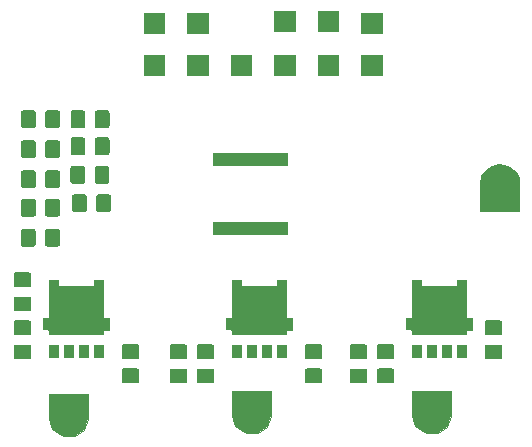
<source format=gbr>
G04 #@! TF.GenerationSoftware,KiCad,Pcbnew,(5.1.4)-1*
G04 #@! TF.CreationDate,2019-11-24T23:21:18+05:30*
G04 #@! TF.ProjectId,half_bridge_fd6288_v3.0,68616c66-5f62-4726-9964-67655f666436,rev?*
G04 #@! TF.SameCoordinates,Original*
G04 #@! TF.FileFunction,Soldermask,Top*
G04 #@! TF.FilePolarity,Negative*
%FSLAX46Y46*%
G04 Gerber Fmt 4.6, Leading zero omitted, Abs format (unit mm)*
G04 Created by KiCad (PCBNEW (5.1.4)-1) date 2019-11-24 23:21:18*
%MOMM*%
%LPD*%
G04 APERTURE LIST*
%ADD10C,0.100000*%
%ADD11C,0.150000*%
G04 APERTURE END LIST*
D10*
G36*
X81788000Y-99822000D02*
G01*
X82423000Y-100330000D01*
X82677000Y-100838000D01*
X82677000Y-101346000D01*
X79375000Y-101346000D01*
X79502000Y-100711000D01*
X79883000Y-100203000D01*
X80391000Y-99822000D01*
X81026000Y-99695000D01*
X81788000Y-99822000D01*
G37*
X81788000Y-99822000D02*
X82423000Y-100330000D01*
X82677000Y-100838000D01*
X82677000Y-101346000D01*
X79375000Y-101346000D01*
X79502000Y-100711000D01*
X79883000Y-100203000D01*
X80391000Y-99822000D01*
X81026000Y-99695000D01*
X81788000Y-99822000D01*
G36*
X82677000Y-103632000D02*
G01*
X79375000Y-103632000D01*
X79375000Y-101346000D01*
X82677000Y-101346000D01*
X82677000Y-103632000D01*
G37*
X82677000Y-103632000D02*
X79375000Y-103632000D01*
X79375000Y-101346000D01*
X82677000Y-101346000D01*
X82677000Y-103632000D01*
G36*
X76962000Y-121031000D02*
G01*
X76581000Y-121920000D01*
X75819000Y-122428000D01*
X74803000Y-122428000D01*
X73914000Y-121856500D01*
X73660000Y-121031000D01*
X73660000Y-118872000D01*
X76962000Y-118872000D01*
X76962000Y-121031000D01*
G37*
X76962000Y-121031000D02*
X76581000Y-121920000D01*
X75819000Y-122428000D01*
X74803000Y-122428000D01*
X73914000Y-121856500D01*
X73660000Y-121031000D01*
X73660000Y-118872000D01*
X76962000Y-118872000D01*
X76962000Y-121031000D01*
G36*
X61722000Y-121031000D02*
G01*
X61341000Y-121920000D01*
X60579000Y-122428000D01*
X59563000Y-122428000D01*
X58674000Y-121856500D01*
X58420000Y-121031000D01*
X58420000Y-118872000D01*
X61722000Y-118872000D01*
X61722000Y-121031000D01*
G37*
X61722000Y-121031000D02*
X61341000Y-121920000D01*
X60579000Y-122428000D01*
X59563000Y-122428000D01*
X58674000Y-121856500D01*
X58420000Y-121031000D01*
X58420000Y-118872000D01*
X61722000Y-118872000D01*
X61722000Y-121031000D01*
G36*
X46228000Y-121285000D02*
G01*
X45847000Y-122174000D01*
X45085000Y-122682000D01*
X44069000Y-122682000D01*
X43180000Y-122110500D01*
X42926000Y-121285000D01*
X42926000Y-119126000D01*
X46228000Y-119126000D01*
X46228000Y-121285000D01*
G37*
X46228000Y-121285000D02*
X45847000Y-122174000D01*
X45085000Y-122682000D01*
X44069000Y-122682000D01*
X43180000Y-122110500D01*
X42926000Y-121285000D01*
X42926000Y-119126000D01*
X46228000Y-119126000D01*
X46228000Y-121285000D01*
D11*
G36*
X69676674Y-116998465D02*
G01*
X69714367Y-117009899D01*
X69749103Y-117028466D01*
X69779548Y-117053452D01*
X69804534Y-117083897D01*
X69823101Y-117118633D01*
X69834535Y-117156326D01*
X69839000Y-117201661D01*
X69839000Y-118038339D01*
X69834535Y-118083674D01*
X69823101Y-118121367D01*
X69804534Y-118156103D01*
X69779548Y-118186548D01*
X69749103Y-118211534D01*
X69714367Y-118230101D01*
X69676674Y-118241535D01*
X69631339Y-118246000D01*
X68544661Y-118246000D01*
X68499326Y-118241535D01*
X68461633Y-118230101D01*
X68426897Y-118211534D01*
X68396452Y-118186548D01*
X68371466Y-118156103D01*
X68352899Y-118121367D01*
X68341465Y-118083674D01*
X68337000Y-118038339D01*
X68337000Y-117201661D01*
X68341465Y-117156326D01*
X68352899Y-117118633D01*
X68371466Y-117083897D01*
X68396452Y-117053452D01*
X68426897Y-117028466D01*
X68461633Y-117009899D01*
X68499326Y-116998465D01*
X68544661Y-116994000D01*
X69631339Y-116994000D01*
X69676674Y-116998465D01*
X69676674Y-116998465D01*
G37*
G36*
X54436674Y-116998465D02*
G01*
X54474367Y-117009899D01*
X54509103Y-117028466D01*
X54539548Y-117053452D01*
X54564534Y-117083897D01*
X54583101Y-117118633D01*
X54594535Y-117156326D01*
X54599000Y-117201661D01*
X54599000Y-118038339D01*
X54594535Y-118083674D01*
X54583101Y-118121367D01*
X54564534Y-118156103D01*
X54539548Y-118186548D01*
X54509103Y-118211534D01*
X54474367Y-118230101D01*
X54436674Y-118241535D01*
X54391339Y-118246000D01*
X53304661Y-118246000D01*
X53259326Y-118241535D01*
X53221633Y-118230101D01*
X53186897Y-118211534D01*
X53156452Y-118186548D01*
X53131466Y-118156103D01*
X53112899Y-118121367D01*
X53101465Y-118083674D01*
X53097000Y-118038339D01*
X53097000Y-117201661D01*
X53101465Y-117156326D01*
X53112899Y-117118633D01*
X53131466Y-117083897D01*
X53156452Y-117053452D01*
X53186897Y-117028466D01*
X53221633Y-117009899D01*
X53259326Y-116998465D01*
X53304661Y-116994000D01*
X54391339Y-116994000D01*
X54436674Y-116998465D01*
X54436674Y-116998465D01*
G37*
G36*
X56722674Y-116998465D02*
G01*
X56760367Y-117009899D01*
X56795103Y-117028466D01*
X56825548Y-117053452D01*
X56850534Y-117083897D01*
X56869101Y-117118633D01*
X56880535Y-117156326D01*
X56885000Y-117201661D01*
X56885000Y-118038339D01*
X56880535Y-118083674D01*
X56869101Y-118121367D01*
X56850534Y-118156103D01*
X56825548Y-118186548D01*
X56795103Y-118211534D01*
X56760367Y-118230101D01*
X56722674Y-118241535D01*
X56677339Y-118246000D01*
X55590661Y-118246000D01*
X55545326Y-118241535D01*
X55507633Y-118230101D01*
X55472897Y-118211534D01*
X55442452Y-118186548D01*
X55417466Y-118156103D01*
X55398899Y-118121367D01*
X55387465Y-118083674D01*
X55383000Y-118038339D01*
X55383000Y-117201661D01*
X55387465Y-117156326D01*
X55398899Y-117118633D01*
X55417466Y-117083897D01*
X55442452Y-117053452D01*
X55472897Y-117028466D01*
X55507633Y-117009899D01*
X55545326Y-116998465D01*
X55590661Y-116994000D01*
X56677339Y-116994000D01*
X56722674Y-116998465D01*
X56722674Y-116998465D01*
G37*
G36*
X65866674Y-116989465D02*
G01*
X65904367Y-117000899D01*
X65939103Y-117019466D01*
X65969548Y-117044452D01*
X65994534Y-117074897D01*
X66013101Y-117109633D01*
X66024535Y-117147326D01*
X66029000Y-117192661D01*
X66029000Y-118029339D01*
X66024535Y-118074674D01*
X66013101Y-118112367D01*
X65994534Y-118147103D01*
X65969548Y-118177548D01*
X65939103Y-118202534D01*
X65904367Y-118221101D01*
X65866674Y-118232535D01*
X65821339Y-118237000D01*
X64734661Y-118237000D01*
X64689326Y-118232535D01*
X64651633Y-118221101D01*
X64616897Y-118202534D01*
X64586452Y-118177548D01*
X64561466Y-118147103D01*
X64542899Y-118112367D01*
X64531465Y-118074674D01*
X64527000Y-118029339D01*
X64527000Y-117192661D01*
X64531465Y-117147326D01*
X64542899Y-117109633D01*
X64561466Y-117074897D01*
X64586452Y-117044452D01*
X64616897Y-117019466D01*
X64651633Y-117000899D01*
X64689326Y-116989465D01*
X64734661Y-116985000D01*
X65821339Y-116985000D01*
X65866674Y-116989465D01*
X65866674Y-116989465D01*
G37*
G36*
X71962674Y-116989465D02*
G01*
X72000367Y-117000899D01*
X72035103Y-117019466D01*
X72065548Y-117044452D01*
X72090534Y-117074897D01*
X72109101Y-117109633D01*
X72120535Y-117147326D01*
X72125000Y-117192661D01*
X72125000Y-118029339D01*
X72120535Y-118074674D01*
X72109101Y-118112367D01*
X72090534Y-118147103D01*
X72065548Y-118177548D01*
X72035103Y-118202534D01*
X72000367Y-118221101D01*
X71962674Y-118232535D01*
X71917339Y-118237000D01*
X70830661Y-118237000D01*
X70785326Y-118232535D01*
X70747633Y-118221101D01*
X70712897Y-118202534D01*
X70682452Y-118177548D01*
X70657466Y-118147103D01*
X70638899Y-118112367D01*
X70627465Y-118074674D01*
X70623000Y-118029339D01*
X70623000Y-117192661D01*
X70627465Y-117147326D01*
X70638899Y-117109633D01*
X70657466Y-117074897D01*
X70682452Y-117044452D01*
X70712897Y-117019466D01*
X70747633Y-117000899D01*
X70785326Y-116989465D01*
X70830661Y-116985000D01*
X71917339Y-116985000D01*
X71962674Y-116989465D01*
X71962674Y-116989465D01*
G37*
G36*
X50372674Y-116980465D02*
G01*
X50410367Y-116991899D01*
X50445103Y-117010466D01*
X50475548Y-117035452D01*
X50500534Y-117065897D01*
X50519101Y-117100633D01*
X50530535Y-117138326D01*
X50535000Y-117183661D01*
X50535000Y-118020339D01*
X50530535Y-118065674D01*
X50519101Y-118103367D01*
X50500534Y-118138103D01*
X50475548Y-118168548D01*
X50445103Y-118193534D01*
X50410367Y-118212101D01*
X50372674Y-118223535D01*
X50327339Y-118228000D01*
X49240661Y-118228000D01*
X49195326Y-118223535D01*
X49157633Y-118212101D01*
X49122897Y-118193534D01*
X49092452Y-118168548D01*
X49067466Y-118138103D01*
X49048899Y-118103367D01*
X49037465Y-118065674D01*
X49033000Y-118020339D01*
X49033000Y-117183661D01*
X49037465Y-117138326D01*
X49048899Y-117100633D01*
X49067466Y-117065897D01*
X49092452Y-117035452D01*
X49122897Y-117010466D01*
X49157633Y-116991899D01*
X49195326Y-116980465D01*
X49240661Y-116976000D01*
X50327339Y-116976000D01*
X50372674Y-116980465D01*
X50372674Y-116980465D01*
G37*
G36*
X81106674Y-114966465D02*
G01*
X81144367Y-114977899D01*
X81179103Y-114996466D01*
X81209548Y-115021452D01*
X81234534Y-115051897D01*
X81253101Y-115086633D01*
X81264535Y-115124326D01*
X81269000Y-115169661D01*
X81269000Y-116006339D01*
X81264535Y-116051674D01*
X81253101Y-116089367D01*
X81234534Y-116124103D01*
X81209548Y-116154548D01*
X81179103Y-116179534D01*
X81144367Y-116198101D01*
X81106674Y-116209535D01*
X81061339Y-116214000D01*
X79974661Y-116214000D01*
X79929326Y-116209535D01*
X79891633Y-116198101D01*
X79856897Y-116179534D01*
X79826452Y-116154548D01*
X79801466Y-116124103D01*
X79782899Y-116089367D01*
X79771465Y-116051674D01*
X79767000Y-116006339D01*
X79767000Y-115169661D01*
X79771465Y-115124326D01*
X79782899Y-115086633D01*
X79801466Y-115051897D01*
X79826452Y-115021452D01*
X79856897Y-114996466D01*
X79891633Y-114977899D01*
X79929326Y-114966465D01*
X79974661Y-114962000D01*
X81061339Y-114962000D01*
X81106674Y-114966465D01*
X81106674Y-114966465D01*
G37*
G36*
X41228674Y-114966465D02*
G01*
X41266367Y-114977899D01*
X41301103Y-114996466D01*
X41331548Y-115021452D01*
X41356534Y-115051897D01*
X41375101Y-115086633D01*
X41386535Y-115124326D01*
X41391000Y-115169661D01*
X41391000Y-116006339D01*
X41386535Y-116051674D01*
X41375101Y-116089367D01*
X41356534Y-116124103D01*
X41331548Y-116154548D01*
X41301103Y-116179534D01*
X41266367Y-116198101D01*
X41228674Y-116209535D01*
X41183339Y-116214000D01*
X40096661Y-116214000D01*
X40051326Y-116209535D01*
X40013633Y-116198101D01*
X39978897Y-116179534D01*
X39948452Y-116154548D01*
X39923466Y-116124103D01*
X39904899Y-116089367D01*
X39893465Y-116051674D01*
X39889000Y-116006339D01*
X39889000Y-115169661D01*
X39893465Y-115124326D01*
X39904899Y-115086633D01*
X39923466Y-115051897D01*
X39948452Y-115021452D01*
X39978897Y-114996466D01*
X40013633Y-114977899D01*
X40051326Y-114966465D01*
X40096661Y-114962000D01*
X41183339Y-114962000D01*
X41228674Y-114966465D01*
X41228674Y-114966465D01*
G37*
G36*
X56722674Y-114948465D02*
G01*
X56760367Y-114959899D01*
X56795103Y-114978466D01*
X56825548Y-115003452D01*
X56850534Y-115033897D01*
X56869101Y-115068633D01*
X56880535Y-115106326D01*
X56885000Y-115151661D01*
X56885000Y-115988339D01*
X56880535Y-116033674D01*
X56869101Y-116071367D01*
X56850534Y-116106103D01*
X56825548Y-116136548D01*
X56795103Y-116161534D01*
X56760367Y-116180101D01*
X56722674Y-116191535D01*
X56677339Y-116196000D01*
X55590661Y-116196000D01*
X55545326Y-116191535D01*
X55507633Y-116180101D01*
X55472897Y-116161534D01*
X55442452Y-116136548D01*
X55417466Y-116106103D01*
X55398899Y-116071367D01*
X55387465Y-116033674D01*
X55383000Y-115988339D01*
X55383000Y-115151661D01*
X55387465Y-115106326D01*
X55398899Y-115068633D01*
X55417466Y-115033897D01*
X55442452Y-115003452D01*
X55472897Y-114978466D01*
X55507633Y-114959899D01*
X55545326Y-114948465D01*
X55590661Y-114944000D01*
X56677339Y-114944000D01*
X56722674Y-114948465D01*
X56722674Y-114948465D01*
G37*
G36*
X54436674Y-114948465D02*
G01*
X54474367Y-114959899D01*
X54509103Y-114978466D01*
X54539548Y-115003452D01*
X54564534Y-115033897D01*
X54583101Y-115068633D01*
X54594535Y-115106326D01*
X54599000Y-115151661D01*
X54599000Y-115988339D01*
X54594535Y-116033674D01*
X54583101Y-116071367D01*
X54564534Y-116106103D01*
X54539548Y-116136548D01*
X54509103Y-116161534D01*
X54474367Y-116180101D01*
X54436674Y-116191535D01*
X54391339Y-116196000D01*
X53304661Y-116196000D01*
X53259326Y-116191535D01*
X53221633Y-116180101D01*
X53186897Y-116161534D01*
X53156452Y-116136548D01*
X53131466Y-116106103D01*
X53112899Y-116071367D01*
X53101465Y-116033674D01*
X53097000Y-115988339D01*
X53097000Y-115151661D01*
X53101465Y-115106326D01*
X53112899Y-115068633D01*
X53131466Y-115033897D01*
X53156452Y-115003452D01*
X53186897Y-114978466D01*
X53221633Y-114959899D01*
X53259326Y-114948465D01*
X53304661Y-114944000D01*
X54391339Y-114944000D01*
X54436674Y-114948465D01*
X54436674Y-114948465D01*
G37*
G36*
X69676674Y-114948465D02*
G01*
X69714367Y-114959899D01*
X69749103Y-114978466D01*
X69779548Y-115003452D01*
X69804534Y-115033897D01*
X69823101Y-115068633D01*
X69834535Y-115106326D01*
X69839000Y-115151661D01*
X69839000Y-115988339D01*
X69834535Y-116033674D01*
X69823101Y-116071367D01*
X69804534Y-116106103D01*
X69779548Y-116136548D01*
X69749103Y-116161534D01*
X69714367Y-116180101D01*
X69676674Y-116191535D01*
X69631339Y-116196000D01*
X68544661Y-116196000D01*
X68499326Y-116191535D01*
X68461633Y-116180101D01*
X68426897Y-116161534D01*
X68396452Y-116136548D01*
X68371466Y-116106103D01*
X68352899Y-116071367D01*
X68341465Y-116033674D01*
X68337000Y-115988339D01*
X68337000Y-115151661D01*
X68341465Y-115106326D01*
X68352899Y-115068633D01*
X68371466Y-115033897D01*
X68396452Y-115003452D01*
X68426897Y-114978466D01*
X68461633Y-114959899D01*
X68499326Y-114948465D01*
X68544661Y-114944000D01*
X69631339Y-114944000D01*
X69676674Y-114948465D01*
X69676674Y-114948465D01*
G37*
G36*
X65866674Y-114939465D02*
G01*
X65904367Y-114950899D01*
X65939103Y-114969466D01*
X65969548Y-114994452D01*
X65994534Y-115024897D01*
X66013101Y-115059633D01*
X66024535Y-115097326D01*
X66029000Y-115142661D01*
X66029000Y-115979339D01*
X66024535Y-116024674D01*
X66013101Y-116062367D01*
X65994534Y-116097103D01*
X65969548Y-116127548D01*
X65939103Y-116152534D01*
X65904367Y-116171101D01*
X65866674Y-116182535D01*
X65821339Y-116187000D01*
X64734661Y-116187000D01*
X64689326Y-116182535D01*
X64651633Y-116171101D01*
X64616897Y-116152534D01*
X64586452Y-116127548D01*
X64561466Y-116097103D01*
X64542899Y-116062367D01*
X64531465Y-116024674D01*
X64527000Y-115979339D01*
X64527000Y-115142661D01*
X64531465Y-115097326D01*
X64542899Y-115059633D01*
X64561466Y-115024897D01*
X64586452Y-114994452D01*
X64616897Y-114969466D01*
X64651633Y-114950899D01*
X64689326Y-114939465D01*
X64734661Y-114935000D01*
X65821339Y-114935000D01*
X65866674Y-114939465D01*
X65866674Y-114939465D01*
G37*
G36*
X71962674Y-114939465D02*
G01*
X72000367Y-114950899D01*
X72035103Y-114969466D01*
X72065548Y-114994452D01*
X72090534Y-115024897D01*
X72109101Y-115059633D01*
X72120535Y-115097326D01*
X72125000Y-115142661D01*
X72125000Y-115979339D01*
X72120535Y-116024674D01*
X72109101Y-116062367D01*
X72090534Y-116097103D01*
X72065548Y-116127548D01*
X72035103Y-116152534D01*
X72000367Y-116171101D01*
X71962674Y-116182535D01*
X71917339Y-116187000D01*
X70830661Y-116187000D01*
X70785326Y-116182535D01*
X70747633Y-116171101D01*
X70712897Y-116152534D01*
X70682452Y-116127548D01*
X70657466Y-116097103D01*
X70638899Y-116062367D01*
X70627465Y-116024674D01*
X70623000Y-115979339D01*
X70623000Y-115142661D01*
X70627465Y-115097326D01*
X70638899Y-115059633D01*
X70657466Y-115024897D01*
X70682452Y-114994452D01*
X70712897Y-114969466D01*
X70747633Y-114950899D01*
X70785326Y-114939465D01*
X70830661Y-114935000D01*
X71917339Y-114935000D01*
X71962674Y-114939465D01*
X71962674Y-114939465D01*
G37*
G36*
X50372674Y-114930465D02*
G01*
X50410367Y-114941899D01*
X50445103Y-114960466D01*
X50475548Y-114985452D01*
X50500534Y-115015897D01*
X50519101Y-115050633D01*
X50530535Y-115088326D01*
X50535000Y-115133661D01*
X50535000Y-115970339D01*
X50530535Y-116015674D01*
X50519101Y-116053367D01*
X50500534Y-116088103D01*
X50475548Y-116118548D01*
X50445103Y-116143534D01*
X50410367Y-116162101D01*
X50372674Y-116173535D01*
X50327339Y-116178000D01*
X49240661Y-116178000D01*
X49195326Y-116173535D01*
X49157633Y-116162101D01*
X49122897Y-116143534D01*
X49092452Y-116118548D01*
X49067466Y-116088103D01*
X49048899Y-116053367D01*
X49037465Y-116015674D01*
X49033000Y-115970339D01*
X49033000Y-115133661D01*
X49037465Y-115088326D01*
X49048899Y-115050633D01*
X49067466Y-115015897D01*
X49092452Y-114985452D01*
X49122897Y-114960466D01*
X49157633Y-114941899D01*
X49195326Y-114930465D01*
X49240661Y-114926000D01*
X50327339Y-114926000D01*
X50372674Y-114930465D01*
X50372674Y-114930465D01*
G37*
G36*
X43733000Y-116122000D02*
G01*
X42881000Y-116122000D01*
X42881000Y-115020000D01*
X43733000Y-115020000D01*
X43733000Y-116122000D01*
X43733000Y-116122000D01*
G37*
G36*
X78277000Y-116122000D02*
G01*
X77425000Y-116122000D01*
X77425000Y-115020000D01*
X78277000Y-115020000D01*
X78277000Y-116122000D01*
X78277000Y-116122000D01*
G37*
G36*
X77007000Y-116122000D02*
G01*
X76155000Y-116122000D01*
X76155000Y-115020000D01*
X77007000Y-115020000D01*
X77007000Y-116122000D01*
X77007000Y-116122000D01*
G37*
G36*
X74467000Y-116122000D02*
G01*
X73615000Y-116122000D01*
X73615000Y-115020000D01*
X74467000Y-115020000D01*
X74467000Y-116122000D01*
X74467000Y-116122000D01*
G37*
G36*
X63037000Y-116122000D02*
G01*
X62185000Y-116122000D01*
X62185000Y-115020000D01*
X63037000Y-115020000D01*
X63037000Y-116122000D01*
X63037000Y-116122000D01*
G37*
G36*
X61767000Y-116122000D02*
G01*
X60915000Y-116122000D01*
X60915000Y-115020000D01*
X61767000Y-115020000D01*
X61767000Y-116122000D01*
X61767000Y-116122000D01*
G37*
G36*
X60497000Y-116122000D02*
G01*
X59645000Y-116122000D01*
X59645000Y-115020000D01*
X60497000Y-115020000D01*
X60497000Y-116122000D01*
X60497000Y-116122000D01*
G37*
G36*
X59227000Y-116122000D02*
G01*
X58375000Y-116122000D01*
X58375000Y-115020000D01*
X59227000Y-115020000D01*
X59227000Y-116122000D01*
X59227000Y-116122000D01*
G37*
G36*
X47543000Y-116122000D02*
G01*
X46691000Y-116122000D01*
X46691000Y-115020000D01*
X47543000Y-115020000D01*
X47543000Y-116122000D01*
X47543000Y-116122000D01*
G37*
G36*
X46273000Y-116122000D02*
G01*
X45421000Y-116122000D01*
X45421000Y-115020000D01*
X46273000Y-115020000D01*
X46273000Y-116122000D01*
X46273000Y-116122000D01*
G37*
G36*
X45003000Y-116122000D02*
G01*
X44151000Y-116122000D01*
X44151000Y-115020000D01*
X45003000Y-115020000D01*
X45003000Y-116122000D01*
X45003000Y-116122000D01*
G37*
G36*
X75737000Y-116122000D02*
G01*
X74885000Y-116122000D01*
X74885000Y-115020000D01*
X75737000Y-115020000D01*
X75737000Y-116122000D01*
X75737000Y-116122000D01*
G37*
G36*
X41228674Y-112916465D02*
G01*
X41266367Y-112927899D01*
X41301103Y-112946466D01*
X41331548Y-112971452D01*
X41356534Y-113001897D01*
X41375101Y-113036633D01*
X41386535Y-113074326D01*
X41391000Y-113119661D01*
X41391000Y-113956339D01*
X41386535Y-114001674D01*
X41375101Y-114039367D01*
X41356534Y-114074103D01*
X41331548Y-114104548D01*
X41301103Y-114129534D01*
X41266367Y-114148101D01*
X41228674Y-114159535D01*
X41183339Y-114164000D01*
X40096661Y-114164000D01*
X40051326Y-114159535D01*
X40013633Y-114148101D01*
X39978897Y-114129534D01*
X39948452Y-114104548D01*
X39923466Y-114074103D01*
X39904899Y-114039367D01*
X39893465Y-114001674D01*
X39889000Y-113956339D01*
X39889000Y-113119661D01*
X39893465Y-113074326D01*
X39904899Y-113036633D01*
X39923466Y-113001897D01*
X39948452Y-112971452D01*
X39978897Y-112946466D01*
X40013633Y-112927899D01*
X40051326Y-112916465D01*
X40096661Y-112912000D01*
X41183339Y-112912000D01*
X41228674Y-112916465D01*
X41228674Y-112916465D01*
G37*
G36*
X81106674Y-112916465D02*
G01*
X81144367Y-112927899D01*
X81179103Y-112946466D01*
X81209548Y-112971452D01*
X81234534Y-113001897D01*
X81253101Y-113036633D01*
X81264535Y-113074326D01*
X81269000Y-113119661D01*
X81269000Y-113956339D01*
X81264535Y-114001674D01*
X81253101Y-114039367D01*
X81234534Y-114074103D01*
X81209548Y-114104548D01*
X81179103Y-114129534D01*
X81144367Y-114148101D01*
X81106674Y-114159535D01*
X81061339Y-114164000D01*
X79974661Y-114164000D01*
X79929326Y-114159535D01*
X79891633Y-114148101D01*
X79856897Y-114129534D01*
X79826452Y-114104548D01*
X79801466Y-114074103D01*
X79782899Y-114039367D01*
X79771465Y-114001674D01*
X79767000Y-113956339D01*
X79767000Y-113119661D01*
X79771465Y-113074326D01*
X79782899Y-113036633D01*
X79801466Y-113001897D01*
X79826452Y-112971452D01*
X79856897Y-112946466D01*
X79891633Y-112927899D01*
X79929326Y-112916465D01*
X79974661Y-112912000D01*
X81061339Y-112912000D01*
X81106674Y-112916465D01*
X81106674Y-112916465D01*
G37*
G36*
X74425999Y-109525737D02*
G01*
X74435608Y-109528652D01*
X74444472Y-109533390D01*
X74452237Y-109539763D01*
X74458610Y-109547528D01*
X74463348Y-109556392D01*
X74466263Y-109566001D01*
X74467852Y-109582140D01*
X74467852Y-109894149D01*
X74470254Y-109918535D01*
X74477367Y-109941984D01*
X74488918Y-109963595D01*
X74504463Y-109982537D01*
X74523405Y-109998082D01*
X74545016Y-110009633D01*
X74568465Y-110016746D01*
X74592851Y-110019148D01*
X77299149Y-110019148D01*
X77323535Y-110016746D01*
X77346984Y-110009633D01*
X77368595Y-109998082D01*
X77387537Y-109982537D01*
X77403082Y-109963595D01*
X77414633Y-109941984D01*
X77421746Y-109918535D01*
X77424148Y-109894149D01*
X77424148Y-109582140D01*
X77425737Y-109566001D01*
X77428652Y-109556392D01*
X77433390Y-109547528D01*
X77439763Y-109539763D01*
X77447528Y-109533390D01*
X77456392Y-109528652D01*
X77466001Y-109525737D01*
X77482140Y-109524148D01*
X78219860Y-109524148D01*
X78235999Y-109525737D01*
X78245608Y-109528652D01*
X78254472Y-109533390D01*
X78262237Y-109539763D01*
X78268610Y-109547528D01*
X78273348Y-109556392D01*
X78276263Y-109566001D01*
X78277852Y-109582140D01*
X78277852Y-112599149D01*
X78280254Y-112623535D01*
X78287367Y-112646984D01*
X78298918Y-112668595D01*
X78314463Y-112687537D01*
X78333405Y-112703082D01*
X78355016Y-112714633D01*
X78378465Y-112721746D01*
X78402851Y-112724148D01*
X78714860Y-112724148D01*
X78730999Y-112725737D01*
X78740608Y-112728652D01*
X78749472Y-112733390D01*
X78757237Y-112739763D01*
X78763610Y-112747528D01*
X78768348Y-112756392D01*
X78771263Y-112766001D01*
X78772852Y-112782140D01*
X78772852Y-113719860D01*
X78771263Y-113735999D01*
X78768348Y-113745608D01*
X78763610Y-113754472D01*
X78757237Y-113762237D01*
X78749472Y-113768610D01*
X78740608Y-113773348D01*
X78730999Y-113776263D01*
X78714860Y-113777852D01*
X78402851Y-113777852D01*
X78378465Y-113780254D01*
X78355016Y-113787367D01*
X78333405Y-113798918D01*
X78314463Y-113814463D01*
X78298918Y-113833405D01*
X78287367Y-113855016D01*
X78280254Y-113878465D01*
X78277852Y-113902851D01*
X78277852Y-114099860D01*
X78276263Y-114115999D01*
X78273348Y-114125608D01*
X78268610Y-114134472D01*
X78262237Y-114142237D01*
X78254472Y-114148610D01*
X78245608Y-114153348D01*
X78235999Y-114156263D01*
X78219860Y-114157852D01*
X73672140Y-114157852D01*
X73656001Y-114156263D01*
X73646392Y-114153348D01*
X73637528Y-114148610D01*
X73629763Y-114142237D01*
X73623390Y-114134472D01*
X73618652Y-114125608D01*
X73615737Y-114115999D01*
X73614148Y-114099860D01*
X73614148Y-113857851D01*
X73611746Y-113833465D01*
X73604633Y-113810016D01*
X73593082Y-113788405D01*
X73577537Y-113769463D01*
X73558595Y-113753918D01*
X73536984Y-113742367D01*
X73513535Y-113735254D01*
X73489149Y-113732852D01*
X73177140Y-113732852D01*
X73161001Y-113731263D01*
X73151392Y-113728348D01*
X73142528Y-113723610D01*
X73134763Y-113717237D01*
X73128390Y-113709472D01*
X73123652Y-113700608D01*
X73120737Y-113690999D01*
X73119148Y-113674860D01*
X73119148Y-112782140D01*
X73120737Y-112766001D01*
X73123652Y-112756392D01*
X73128390Y-112747528D01*
X73134763Y-112739763D01*
X73142528Y-112733390D01*
X73151392Y-112728652D01*
X73161001Y-112725737D01*
X73177140Y-112724148D01*
X73489149Y-112724148D01*
X73513535Y-112721746D01*
X73536984Y-112714633D01*
X73558595Y-112703082D01*
X73577537Y-112687537D01*
X73593082Y-112668595D01*
X73604633Y-112646984D01*
X73611746Y-112623535D01*
X73614148Y-112599149D01*
X73614148Y-109582140D01*
X73615737Y-109566001D01*
X73618652Y-109556392D01*
X73623390Y-109547528D01*
X73629763Y-109539763D01*
X73637528Y-109533390D01*
X73646392Y-109528652D01*
X73656001Y-109525737D01*
X73672140Y-109524148D01*
X74409860Y-109524148D01*
X74425999Y-109525737D01*
X74425999Y-109525737D01*
G37*
G36*
X43691999Y-109525737D02*
G01*
X43701608Y-109528652D01*
X43710472Y-109533390D01*
X43718237Y-109539763D01*
X43724610Y-109547528D01*
X43729348Y-109556392D01*
X43732263Y-109566001D01*
X43733852Y-109582140D01*
X43733852Y-109894149D01*
X43736254Y-109918535D01*
X43743367Y-109941984D01*
X43754918Y-109963595D01*
X43770463Y-109982537D01*
X43789405Y-109998082D01*
X43811016Y-110009633D01*
X43834465Y-110016746D01*
X43858851Y-110019148D01*
X46565149Y-110019148D01*
X46589535Y-110016746D01*
X46612984Y-110009633D01*
X46634595Y-109998082D01*
X46653537Y-109982537D01*
X46669082Y-109963595D01*
X46680633Y-109941984D01*
X46687746Y-109918535D01*
X46690148Y-109894149D01*
X46690148Y-109582140D01*
X46691737Y-109566001D01*
X46694652Y-109556392D01*
X46699390Y-109547528D01*
X46705763Y-109539763D01*
X46713528Y-109533390D01*
X46722392Y-109528652D01*
X46732001Y-109525737D01*
X46748140Y-109524148D01*
X47485860Y-109524148D01*
X47501999Y-109525737D01*
X47511608Y-109528652D01*
X47520472Y-109533390D01*
X47528237Y-109539763D01*
X47534610Y-109547528D01*
X47539348Y-109556392D01*
X47542263Y-109566001D01*
X47543852Y-109582140D01*
X47543852Y-112599149D01*
X47546254Y-112623535D01*
X47553367Y-112646984D01*
X47564918Y-112668595D01*
X47580463Y-112687537D01*
X47599405Y-112703082D01*
X47621016Y-112714633D01*
X47644465Y-112721746D01*
X47668851Y-112724148D01*
X47980860Y-112724148D01*
X47996999Y-112725737D01*
X48006608Y-112728652D01*
X48015472Y-112733390D01*
X48023237Y-112739763D01*
X48029610Y-112747528D01*
X48034348Y-112756392D01*
X48037263Y-112766001D01*
X48038852Y-112782140D01*
X48038852Y-113719860D01*
X48037263Y-113735999D01*
X48034348Y-113745608D01*
X48029610Y-113754472D01*
X48023237Y-113762237D01*
X48015472Y-113768610D01*
X48006608Y-113773348D01*
X47996999Y-113776263D01*
X47980860Y-113777852D01*
X47668851Y-113777852D01*
X47644465Y-113780254D01*
X47621016Y-113787367D01*
X47599405Y-113798918D01*
X47580463Y-113814463D01*
X47564918Y-113833405D01*
X47553367Y-113855016D01*
X47546254Y-113878465D01*
X47543852Y-113902851D01*
X47543852Y-114099860D01*
X47542263Y-114115999D01*
X47539348Y-114125608D01*
X47534610Y-114134472D01*
X47528237Y-114142237D01*
X47520472Y-114148610D01*
X47511608Y-114153348D01*
X47501999Y-114156263D01*
X47485860Y-114157852D01*
X42938140Y-114157852D01*
X42922001Y-114156263D01*
X42912392Y-114153348D01*
X42903528Y-114148610D01*
X42895763Y-114142237D01*
X42889390Y-114134472D01*
X42884652Y-114125608D01*
X42881737Y-114115999D01*
X42880148Y-114099860D01*
X42880148Y-113857851D01*
X42877746Y-113833465D01*
X42870633Y-113810016D01*
X42859082Y-113788405D01*
X42843537Y-113769463D01*
X42824595Y-113753918D01*
X42802984Y-113742367D01*
X42779535Y-113735254D01*
X42755149Y-113732852D01*
X42443140Y-113732852D01*
X42427001Y-113731263D01*
X42417392Y-113728348D01*
X42408528Y-113723610D01*
X42400763Y-113717237D01*
X42394390Y-113709472D01*
X42389652Y-113700608D01*
X42386737Y-113690999D01*
X42385148Y-113674860D01*
X42385148Y-112782140D01*
X42386737Y-112766001D01*
X42389652Y-112756392D01*
X42394390Y-112747528D01*
X42400763Y-112739763D01*
X42408528Y-112733390D01*
X42417392Y-112728652D01*
X42427001Y-112725737D01*
X42443140Y-112724148D01*
X42755149Y-112724148D01*
X42779535Y-112721746D01*
X42802984Y-112714633D01*
X42824595Y-112703082D01*
X42843537Y-112687537D01*
X42859082Y-112668595D01*
X42870633Y-112646984D01*
X42877746Y-112623535D01*
X42880148Y-112599149D01*
X42880148Y-109582140D01*
X42881737Y-109566001D01*
X42884652Y-109556392D01*
X42889390Y-109547528D01*
X42895763Y-109539763D01*
X42903528Y-109533390D01*
X42912392Y-109528652D01*
X42922001Y-109525737D01*
X42938140Y-109524148D01*
X43675860Y-109524148D01*
X43691999Y-109525737D01*
X43691999Y-109525737D01*
G37*
G36*
X59185999Y-109525737D02*
G01*
X59195608Y-109528652D01*
X59204472Y-109533390D01*
X59212237Y-109539763D01*
X59218610Y-109547528D01*
X59223348Y-109556392D01*
X59226263Y-109566001D01*
X59227852Y-109582140D01*
X59227852Y-109894149D01*
X59230254Y-109918535D01*
X59237367Y-109941984D01*
X59248918Y-109963595D01*
X59264463Y-109982537D01*
X59283405Y-109998082D01*
X59305016Y-110009633D01*
X59328465Y-110016746D01*
X59352851Y-110019148D01*
X62059149Y-110019148D01*
X62083535Y-110016746D01*
X62106984Y-110009633D01*
X62128595Y-109998082D01*
X62147537Y-109982537D01*
X62163082Y-109963595D01*
X62174633Y-109941984D01*
X62181746Y-109918535D01*
X62184148Y-109894149D01*
X62184148Y-109582140D01*
X62185737Y-109566001D01*
X62188652Y-109556392D01*
X62193390Y-109547528D01*
X62199763Y-109539763D01*
X62207528Y-109533390D01*
X62216392Y-109528652D01*
X62226001Y-109525737D01*
X62242140Y-109524148D01*
X62979860Y-109524148D01*
X62995999Y-109525737D01*
X63005608Y-109528652D01*
X63014472Y-109533390D01*
X63022237Y-109539763D01*
X63028610Y-109547528D01*
X63033348Y-109556392D01*
X63036263Y-109566001D01*
X63037852Y-109582140D01*
X63037852Y-112599149D01*
X63040254Y-112623535D01*
X63047367Y-112646984D01*
X63058918Y-112668595D01*
X63074463Y-112687537D01*
X63093405Y-112703082D01*
X63115016Y-112714633D01*
X63138465Y-112721746D01*
X63162851Y-112724148D01*
X63474860Y-112724148D01*
X63490999Y-112725737D01*
X63500608Y-112728652D01*
X63509472Y-112733390D01*
X63517237Y-112739763D01*
X63523610Y-112747528D01*
X63528348Y-112756392D01*
X63531263Y-112766001D01*
X63532852Y-112782140D01*
X63532852Y-113719860D01*
X63531263Y-113735999D01*
X63528348Y-113745608D01*
X63523610Y-113754472D01*
X63517237Y-113762237D01*
X63509472Y-113768610D01*
X63500608Y-113773348D01*
X63490999Y-113776263D01*
X63474860Y-113777852D01*
X63162851Y-113777852D01*
X63138465Y-113780254D01*
X63115016Y-113787367D01*
X63093405Y-113798918D01*
X63074463Y-113814463D01*
X63058918Y-113833405D01*
X63047367Y-113855016D01*
X63040254Y-113878465D01*
X63037852Y-113902851D01*
X63037852Y-114099860D01*
X63036263Y-114115999D01*
X63033348Y-114125608D01*
X63028610Y-114134472D01*
X63022237Y-114142237D01*
X63014472Y-114148610D01*
X63005608Y-114153348D01*
X62995999Y-114156263D01*
X62979860Y-114157852D01*
X58432140Y-114157852D01*
X58416001Y-114156263D01*
X58406392Y-114153348D01*
X58397528Y-114148610D01*
X58389763Y-114142237D01*
X58383390Y-114134472D01*
X58378652Y-114125608D01*
X58375737Y-114115999D01*
X58374148Y-114099860D01*
X58374148Y-113857851D01*
X58371746Y-113833465D01*
X58364633Y-113810016D01*
X58353082Y-113788405D01*
X58337537Y-113769463D01*
X58318595Y-113753918D01*
X58296984Y-113742367D01*
X58273535Y-113735254D01*
X58249149Y-113732852D01*
X57937140Y-113732852D01*
X57921001Y-113731263D01*
X57911392Y-113728348D01*
X57902528Y-113723610D01*
X57894763Y-113717237D01*
X57888390Y-113709472D01*
X57883652Y-113700608D01*
X57880737Y-113690999D01*
X57879148Y-113674860D01*
X57879148Y-112782140D01*
X57880737Y-112766001D01*
X57883652Y-112756392D01*
X57888390Y-112747528D01*
X57894763Y-112739763D01*
X57902528Y-112733390D01*
X57911392Y-112728652D01*
X57921001Y-112725737D01*
X57937140Y-112724148D01*
X58249149Y-112724148D01*
X58273535Y-112721746D01*
X58296984Y-112714633D01*
X58318595Y-112703082D01*
X58337537Y-112687537D01*
X58353082Y-112668595D01*
X58364633Y-112646984D01*
X58371746Y-112623535D01*
X58374148Y-112599149D01*
X58374148Y-109582140D01*
X58375737Y-109566001D01*
X58378652Y-109556392D01*
X58383390Y-109547528D01*
X58389763Y-109539763D01*
X58397528Y-109533390D01*
X58406392Y-109528652D01*
X58416001Y-109525737D01*
X58432140Y-109524148D01*
X59169860Y-109524148D01*
X59185999Y-109525737D01*
X59185999Y-109525737D01*
G37*
G36*
X41228674Y-110902465D02*
G01*
X41266367Y-110913899D01*
X41301103Y-110932466D01*
X41331548Y-110957452D01*
X41356534Y-110987897D01*
X41375101Y-111022633D01*
X41386535Y-111060326D01*
X41391000Y-111105661D01*
X41391000Y-111942339D01*
X41386535Y-111987674D01*
X41375101Y-112025367D01*
X41356534Y-112060103D01*
X41331548Y-112090548D01*
X41301103Y-112115534D01*
X41266367Y-112134101D01*
X41228674Y-112145535D01*
X41183339Y-112150000D01*
X40096661Y-112150000D01*
X40051326Y-112145535D01*
X40013633Y-112134101D01*
X39978897Y-112115534D01*
X39948452Y-112090548D01*
X39923466Y-112060103D01*
X39904899Y-112025367D01*
X39893465Y-111987674D01*
X39889000Y-111942339D01*
X39889000Y-111105661D01*
X39893465Y-111060326D01*
X39904899Y-111022633D01*
X39923466Y-110987897D01*
X39948452Y-110957452D01*
X39978897Y-110932466D01*
X40013633Y-110913899D01*
X40051326Y-110902465D01*
X40096661Y-110898000D01*
X41183339Y-110898000D01*
X41228674Y-110902465D01*
X41228674Y-110902465D01*
G37*
G36*
X41228674Y-108852465D02*
G01*
X41266367Y-108863899D01*
X41301103Y-108882466D01*
X41331548Y-108907452D01*
X41356534Y-108937897D01*
X41375101Y-108972633D01*
X41386535Y-109010326D01*
X41391000Y-109055661D01*
X41391000Y-109892339D01*
X41386535Y-109937674D01*
X41375101Y-109975367D01*
X41356534Y-110010103D01*
X41331548Y-110040548D01*
X41301103Y-110065534D01*
X41266367Y-110084101D01*
X41228674Y-110095535D01*
X41183339Y-110100000D01*
X40096661Y-110100000D01*
X40051326Y-110095535D01*
X40013633Y-110084101D01*
X39978897Y-110065534D01*
X39948452Y-110040548D01*
X39923466Y-110010103D01*
X39904899Y-109975367D01*
X39893465Y-109937674D01*
X39889000Y-109892339D01*
X39889000Y-109055661D01*
X39893465Y-109010326D01*
X39904899Y-108972633D01*
X39923466Y-108937897D01*
X39948452Y-108907452D01*
X39978897Y-108882466D01*
X40013633Y-108863899D01*
X40051326Y-108852465D01*
X40096661Y-108848000D01*
X41183339Y-108848000D01*
X41228674Y-108852465D01*
X41228674Y-108852465D01*
G37*
G36*
X43643674Y-105171465D02*
G01*
X43681367Y-105182899D01*
X43716103Y-105201466D01*
X43746548Y-105226452D01*
X43771534Y-105256897D01*
X43790101Y-105291633D01*
X43801535Y-105329326D01*
X43806000Y-105374661D01*
X43806000Y-106461339D01*
X43801535Y-106506674D01*
X43790101Y-106544367D01*
X43771534Y-106579103D01*
X43746548Y-106609548D01*
X43716103Y-106634534D01*
X43681367Y-106653101D01*
X43643674Y-106664535D01*
X43598339Y-106669000D01*
X42761661Y-106669000D01*
X42716326Y-106664535D01*
X42678633Y-106653101D01*
X42643897Y-106634534D01*
X42613452Y-106609548D01*
X42588466Y-106579103D01*
X42569899Y-106544367D01*
X42558465Y-106506674D01*
X42554000Y-106461339D01*
X42554000Y-105374661D01*
X42558465Y-105329326D01*
X42569899Y-105291633D01*
X42588466Y-105256897D01*
X42613452Y-105226452D01*
X42643897Y-105201466D01*
X42678633Y-105182899D01*
X42716326Y-105171465D01*
X42761661Y-105167000D01*
X43598339Y-105167000D01*
X43643674Y-105171465D01*
X43643674Y-105171465D01*
G37*
G36*
X41593674Y-105171465D02*
G01*
X41631367Y-105182899D01*
X41666103Y-105201466D01*
X41696548Y-105226452D01*
X41721534Y-105256897D01*
X41740101Y-105291633D01*
X41751535Y-105329326D01*
X41756000Y-105374661D01*
X41756000Y-106461339D01*
X41751535Y-106506674D01*
X41740101Y-106544367D01*
X41721534Y-106579103D01*
X41696548Y-106609548D01*
X41666103Y-106634534D01*
X41631367Y-106653101D01*
X41593674Y-106664535D01*
X41548339Y-106669000D01*
X40711661Y-106669000D01*
X40666326Y-106664535D01*
X40628633Y-106653101D01*
X40593897Y-106634534D01*
X40563452Y-106609548D01*
X40538466Y-106579103D01*
X40519899Y-106544367D01*
X40508465Y-106506674D01*
X40504000Y-106461339D01*
X40504000Y-105374661D01*
X40508465Y-105329326D01*
X40519899Y-105291633D01*
X40538466Y-105256897D01*
X40563452Y-105226452D01*
X40593897Y-105201466D01*
X40628633Y-105182899D01*
X40666326Y-105171465D01*
X40711661Y-105167000D01*
X41548339Y-105167000D01*
X41593674Y-105171465D01*
X41593674Y-105171465D01*
G37*
G36*
X63141000Y-105675000D02*
G01*
X56789000Y-105675000D01*
X56789000Y-104573000D01*
X63141000Y-104573000D01*
X63141000Y-105675000D01*
X63141000Y-105675000D01*
G37*
G36*
X41602674Y-102631465D02*
G01*
X41640367Y-102642899D01*
X41675103Y-102661466D01*
X41705548Y-102686452D01*
X41730534Y-102716897D01*
X41749101Y-102751633D01*
X41760535Y-102789326D01*
X41765000Y-102834661D01*
X41765000Y-103921339D01*
X41760535Y-103966674D01*
X41749101Y-104004367D01*
X41730534Y-104039103D01*
X41705548Y-104069548D01*
X41675103Y-104094534D01*
X41640367Y-104113101D01*
X41602674Y-104124535D01*
X41557339Y-104129000D01*
X40720661Y-104129000D01*
X40675326Y-104124535D01*
X40637633Y-104113101D01*
X40602897Y-104094534D01*
X40572452Y-104069548D01*
X40547466Y-104039103D01*
X40528899Y-104004367D01*
X40517465Y-103966674D01*
X40513000Y-103921339D01*
X40513000Y-102834661D01*
X40517465Y-102789326D01*
X40528899Y-102751633D01*
X40547466Y-102716897D01*
X40572452Y-102686452D01*
X40602897Y-102661466D01*
X40637633Y-102642899D01*
X40675326Y-102631465D01*
X40720661Y-102627000D01*
X41557339Y-102627000D01*
X41602674Y-102631465D01*
X41602674Y-102631465D01*
G37*
G36*
X43652674Y-102631465D02*
G01*
X43690367Y-102642899D01*
X43725103Y-102661466D01*
X43755548Y-102686452D01*
X43780534Y-102716897D01*
X43799101Y-102751633D01*
X43810535Y-102789326D01*
X43815000Y-102834661D01*
X43815000Y-103921339D01*
X43810535Y-103966674D01*
X43799101Y-104004367D01*
X43780534Y-104039103D01*
X43755548Y-104069548D01*
X43725103Y-104094534D01*
X43690367Y-104113101D01*
X43652674Y-104124535D01*
X43607339Y-104129000D01*
X42770661Y-104129000D01*
X42725326Y-104124535D01*
X42687633Y-104113101D01*
X42652897Y-104094534D01*
X42622452Y-104069548D01*
X42597466Y-104039103D01*
X42578899Y-104004367D01*
X42567465Y-103966674D01*
X42563000Y-103921339D01*
X42563000Y-102834661D01*
X42567465Y-102789326D01*
X42578899Y-102751633D01*
X42597466Y-102716897D01*
X42622452Y-102686452D01*
X42652897Y-102661466D01*
X42687633Y-102642899D01*
X42725326Y-102631465D01*
X42770661Y-102627000D01*
X43607339Y-102627000D01*
X43652674Y-102631465D01*
X43652674Y-102631465D01*
G37*
G36*
X45920674Y-102250465D02*
G01*
X45958367Y-102261899D01*
X45993103Y-102280466D01*
X46023548Y-102305452D01*
X46048534Y-102335897D01*
X46067101Y-102370633D01*
X46078535Y-102408326D01*
X46083000Y-102453661D01*
X46083000Y-103540339D01*
X46078535Y-103585674D01*
X46067101Y-103623367D01*
X46048534Y-103658103D01*
X46023548Y-103688548D01*
X45993103Y-103713534D01*
X45958367Y-103732101D01*
X45920674Y-103743535D01*
X45875339Y-103748000D01*
X45038661Y-103748000D01*
X44993326Y-103743535D01*
X44955633Y-103732101D01*
X44920897Y-103713534D01*
X44890452Y-103688548D01*
X44865466Y-103658103D01*
X44846899Y-103623367D01*
X44835465Y-103585674D01*
X44831000Y-103540339D01*
X44831000Y-102453661D01*
X44835465Y-102408326D01*
X44846899Y-102370633D01*
X44865466Y-102335897D01*
X44890452Y-102305452D01*
X44920897Y-102280466D01*
X44955633Y-102261899D01*
X44993326Y-102250465D01*
X45038661Y-102246000D01*
X45875339Y-102246000D01*
X45920674Y-102250465D01*
X45920674Y-102250465D01*
G37*
G36*
X47970674Y-102250465D02*
G01*
X48008367Y-102261899D01*
X48043103Y-102280466D01*
X48073548Y-102305452D01*
X48098534Y-102335897D01*
X48117101Y-102370633D01*
X48128535Y-102408326D01*
X48133000Y-102453661D01*
X48133000Y-103540339D01*
X48128535Y-103585674D01*
X48117101Y-103623367D01*
X48098534Y-103658103D01*
X48073548Y-103688548D01*
X48043103Y-103713534D01*
X48008367Y-103732101D01*
X47970674Y-103743535D01*
X47925339Y-103748000D01*
X47088661Y-103748000D01*
X47043326Y-103743535D01*
X47005633Y-103732101D01*
X46970897Y-103713534D01*
X46940452Y-103688548D01*
X46915466Y-103658103D01*
X46896899Y-103623367D01*
X46885465Y-103585674D01*
X46881000Y-103540339D01*
X46881000Y-102453661D01*
X46885465Y-102408326D01*
X46896899Y-102370633D01*
X46915466Y-102335897D01*
X46940452Y-102305452D01*
X46970897Y-102280466D01*
X47005633Y-102261899D01*
X47043326Y-102250465D01*
X47088661Y-102246000D01*
X47925339Y-102246000D01*
X47970674Y-102250465D01*
X47970674Y-102250465D01*
G37*
G36*
X43652674Y-100218465D02*
G01*
X43690367Y-100229899D01*
X43725103Y-100248466D01*
X43755548Y-100273452D01*
X43780534Y-100303897D01*
X43799101Y-100338633D01*
X43810535Y-100376326D01*
X43815000Y-100421661D01*
X43815000Y-101508339D01*
X43810535Y-101553674D01*
X43799101Y-101591367D01*
X43780534Y-101626103D01*
X43755548Y-101656548D01*
X43725103Y-101681534D01*
X43690367Y-101700101D01*
X43652674Y-101711535D01*
X43607339Y-101716000D01*
X42770661Y-101716000D01*
X42725326Y-101711535D01*
X42687633Y-101700101D01*
X42652897Y-101681534D01*
X42622452Y-101656548D01*
X42597466Y-101626103D01*
X42578899Y-101591367D01*
X42567465Y-101553674D01*
X42563000Y-101508339D01*
X42563000Y-100421661D01*
X42567465Y-100376326D01*
X42578899Y-100338633D01*
X42597466Y-100303897D01*
X42622452Y-100273452D01*
X42652897Y-100248466D01*
X42687633Y-100229899D01*
X42725326Y-100218465D01*
X42770661Y-100214000D01*
X43607339Y-100214000D01*
X43652674Y-100218465D01*
X43652674Y-100218465D01*
G37*
G36*
X41602674Y-100218465D02*
G01*
X41640367Y-100229899D01*
X41675103Y-100248466D01*
X41705548Y-100273452D01*
X41730534Y-100303897D01*
X41749101Y-100338633D01*
X41760535Y-100376326D01*
X41765000Y-100421661D01*
X41765000Y-101508339D01*
X41760535Y-101553674D01*
X41749101Y-101591367D01*
X41730534Y-101626103D01*
X41705548Y-101656548D01*
X41675103Y-101681534D01*
X41640367Y-101700101D01*
X41602674Y-101711535D01*
X41557339Y-101716000D01*
X40720661Y-101716000D01*
X40675326Y-101711535D01*
X40637633Y-101700101D01*
X40602897Y-101681534D01*
X40572452Y-101656548D01*
X40547466Y-101626103D01*
X40528899Y-101591367D01*
X40517465Y-101553674D01*
X40513000Y-101508339D01*
X40513000Y-100421661D01*
X40517465Y-100376326D01*
X40528899Y-100338633D01*
X40547466Y-100303897D01*
X40572452Y-100273452D01*
X40602897Y-100248466D01*
X40637633Y-100229899D01*
X40675326Y-100218465D01*
X40720661Y-100214000D01*
X41557339Y-100214000D01*
X41602674Y-100218465D01*
X41602674Y-100218465D01*
G37*
G36*
X45793674Y-99837465D02*
G01*
X45831367Y-99848899D01*
X45866103Y-99867466D01*
X45896548Y-99892452D01*
X45921534Y-99922897D01*
X45940101Y-99957633D01*
X45951535Y-99995326D01*
X45956000Y-100040661D01*
X45956000Y-101127339D01*
X45951535Y-101172674D01*
X45940101Y-101210367D01*
X45921534Y-101245103D01*
X45896548Y-101275548D01*
X45866103Y-101300534D01*
X45831367Y-101319101D01*
X45793674Y-101330535D01*
X45748339Y-101335000D01*
X44911661Y-101335000D01*
X44866326Y-101330535D01*
X44828633Y-101319101D01*
X44793897Y-101300534D01*
X44763452Y-101275548D01*
X44738466Y-101245103D01*
X44719899Y-101210367D01*
X44708465Y-101172674D01*
X44704000Y-101127339D01*
X44704000Y-100040661D01*
X44708465Y-99995326D01*
X44719899Y-99957633D01*
X44738466Y-99922897D01*
X44763452Y-99892452D01*
X44793897Y-99867466D01*
X44828633Y-99848899D01*
X44866326Y-99837465D01*
X44911661Y-99833000D01*
X45748339Y-99833000D01*
X45793674Y-99837465D01*
X45793674Y-99837465D01*
G37*
G36*
X47843674Y-99837465D02*
G01*
X47881367Y-99848899D01*
X47916103Y-99867466D01*
X47946548Y-99892452D01*
X47971534Y-99922897D01*
X47990101Y-99957633D01*
X48001535Y-99995326D01*
X48006000Y-100040661D01*
X48006000Y-101127339D01*
X48001535Y-101172674D01*
X47990101Y-101210367D01*
X47971534Y-101245103D01*
X47946548Y-101275548D01*
X47916103Y-101300534D01*
X47881367Y-101319101D01*
X47843674Y-101330535D01*
X47798339Y-101335000D01*
X46961661Y-101335000D01*
X46916326Y-101330535D01*
X46878633Y-101319101D01*
X46843897Y-101300534D01*
X46813452Y-101275548D01*
X46788466Y-101245103D01*
X46769899Y-101210367D01*
X46758465Y-101172674D01*
X46754000Y-101127339D01*
X46754000Y-100040661D01*
X46758465Y-99995326D01*
X46769899Y-99957633D01*
X46788466Y-99922897D01*
X46813452Y-99892452D01*
X46843897Y-99867466D01*
X46878633Y-99848899D01*
X46916326Y-99837465D01*
X46961661Y-99833000D01*
X47798339Y-99833000D01*
X47843674Y-99837465D01*
X47843674Y-99837465D01*
G37*
G36*
X63141000Y-99875000D02*
G01*
X56789000Y-99875000D01*
X56789000Y-98773000D01*
X63141000Y-98773000D01*
X63141000Y-99875000D01*
X63141000Y-99875000D01*
G37*
G36*
X41602674Y-97678465D02*
G01*
X41640367Y-97689899D01*
X41675103Y-97708466D01*
X41705548Y-97733452D01*
X41730534Y-97763897D01*
X41749101Y-97798633D01*
X41760535Y-97836326D01*
X41765000Y-97881661D01*
X41765000Y-98968339D01*
X41760535Y-99013674D01*
X41749101Y-99051367D01*
X41730534Y-99086103D01*
X41705548Y-99116548D01*
X41675103Y-99141534D01*
X41640367Y-99160101D01*
X41602674Y-99171535D01*
X41557339Y-99176000D01*
X40720661Y-99176000D01*
X40675326Y-99171535D01*
X40637633Y-99160101D01*
X40602897Y-99141534D01*
X40572452Y-99116548D01*
X40547466Y-99086103D01*
X40528899Y-99051367D01*
X40517465Y-99013674D01*
X40513000Y-98968339D01*
X40513000Y-97881661D01*
X40517465Y-97836326D01*
X40528899Y-97798633D01*
X40547466Y-97763897D01*
X40572452Y-97733452D01*
X40602897Y-97708466D01*
X40637633Y-97689899D01*
X40675326Y-97678465D01*
X40720661Y-97674000D01*
X41557339Y-97674000D01*
X41602674Y-97678465D01*
X41602674Y-97678465D01*
G37*
G36*
X43652674Y-97678465D02*
G01*
X43690367Y-97689899D01*
X43725103Y-97708466D01*
X43755548Y-97733452D01*
X43780534Y-97763897D01*
X43799101Y-97798633D01*
X43810535Y-97836326D01*
X43815000Y-97881661D01*
X43815000Y-98968339D01*
X43810535Y-99013674D01*
X43799101Y-99051367D01*
X43780534Y-99086103D01*
X43755548Y-99116548D01*
X43725103Y-99141534D01*
X43690367Y-99160101D01*
X43652674Y-99171535D01*
X43607339Y-99176000D01*
X42770661Y-99176000D01*
X42725326Y-99171535D01*
X42687633Y-99160101D01*
X42652897Y-99141534D01*
X42622452Y-99116548D01*
X42597466Y-99086103D01*
X42578899Y-99051367D01*
X42567465Y-99013674D01*
X42563000Y-98968339D01*
X42563000Y-97881661D01*
X42567465Y-97836326D01*
X42578899Y-97798633D01*
X42597466Y-97763897D01*
X42622452Y-97733452D01*
X42652897Y-97708466D01*
X42687633Y-97689899D01*
X42725326Y-97678465D01*
X42770661Y-97674000D01*
X43607339Y-97674000D01*
X43652674Y-97678465D01*
X43652674Y-97678465D01*
G37*
G36*
X45802674Y-97424465D02*
G01*
X45840367Y-97435899D01*
X45875103Y-97454466D01*
X45905548Y-97479452D01*
X45930534Y-97509897D01*
X45949101Y-97544633D01*
X45960535Y-97582326D01*
X45965000Y-97627661D01*
X45965000Y-98714339D01*
X45960535Y-98759674D01*
X45949101Y-98797367D01*
X45930534Y-98832103D01*
X45905548Y-98862548D01*
X45875103Y-98887534D01*
X45840367Y-98906101D01*
X45802674Y-98917535D01*
X45757339Y-98922000D01*
X44920661Y-98922000D01*
X44875326Y-98917535D01*
X44837633Y-98906101D01*
X44802897Y-98887534D01*
X44772452Y-98862548D01*
X44747466Y-98832103D01*
X44728899Y-98797367D01*
X44717465Y-98759674D01*
X44713000Y-98714339D01*
X44713000Y-97627661D01*
X44717465Y-97582326D01*
X44728899Y-97544633D01*
X44747466Y-97509897D01*
X44772452Y-97479452D01*
X44802897Y-97454466D01*
X44837633Y-97435899D01*
X44875326Y-97424465D01*
X44920661Y-97420000D01*
X45757339Y-97420000D01*
X45802674Y-97424465D01*
X45802674Y-97424465D01*
G37*
G36*
X47852674Y-97424465D02*
G01*
X47890367Y-97435899D01*
X47925103Y-97454466D01*
X47955548Y-97479452D01*
X47980534Y-97509897D01*
X47999101Y-97544633D01*
X48010535Y-97582326D01*
X48015000Y-97627661D01*
X48015000Y-98714339D01*
X48010535Y-98759674D01*
X47999101Y-98797367D01*
X47980534Y-98832103D01*
X47955548Y-98862548D01*
X47925103Y-98887534D01*
X47890367Y-98906101D01*
X47852674Y-98917535D01*
X47807339Y-98922000D01*
X46970661Y-98922000D01*
X46925326Y-98917535D01*
X46887633Y-98906101D01*
X46852897Y-98887534D01*
X46822452Y-98862548D01*
X46797466Y-98832103D01*
X46778899Y-98797367D01*
X46767465Y-98759674D01*
X46763000Y-98714339D01*
X46763000Y-97627661D01*
X46767465Y-97582326D01*
X46778899Y-97544633D01*
X46797466Y-97509897D01*
X46822452Y-97479452D01*
X46852897Y-97454466D01*
X46887633Y-97435899D01*
X46925326Y-97424465D01*
X46970661Y-97420000D01*
X47807339Y-97420000D01*
X47852674Y-97424465D01*
X47852674Y-97424465D01*
G37*
G36*
X47852674Y-95138465D02*
G01*
X47890367Y-95149899D01*
X47925103Y-95168466D01*
X47955548Y-95193452D01*
X47980534Y-95223897D01*
X47999101Y-95258633D01*
X48010535Y-95296326D01*
X48015000Y-95341661D01*
X48015000Y-96428339D01*
X48010535Y-96473674D01*
X47999101Y-96511367D01*
X47980534Y-96546103D01*
X47955548Y-96576548D01*
X47925103Y-96601534D01*
X47890367Y-96620101D01*
X47852674Y-96631535D01*
X47807339Y-96636000D01*
X46970661Y-96636000D01*
X46925326Y-96631535D01*
X46887633Y-96620101D01*
X46852897Y-96601534D01*
X46822452Y-96576548D01*
X46797466Y-96546103D01*
X46778899Y-96511367D01*
X46767465Y-96473674D01*
X46763000Y-96428339D01*
X46763000Y-95341661D01*
X46767465Y-95296326D01*
X46778899Y-95258633D01*
X46797466Y-95223897D01*
X46822452Y-95193452D01*
X46852897Y-95168466D01*
X46887633Y-95149899D01*
X46925326Y-95138465D01*
X46970661Y-95134000D01*
X47807339Y-95134000D01*
X47852674Y-95138465D01*
X47852674Y-95138465D01*
G37*
G36*
X45802674Y-95138465D02*
G01*
X45840367Y-95149899D01*
X45875103Y-95168466D01*
X45905548Y-95193452D01*
X45930534Y-95223897D01*
X45949101Y-95258633D01*
X45960535Y-95296326D01*
X45965000Y-95341661D01*
X45965000Y-96428339D01*
X45960535Y-96473674D01*
X45949101Y-96511367D01*
X45930534Y-96546103D01*
X45905548Y-96576548D01*
X45875103Y-96601534D01*
X45840367Y-96620101D01*
X45802674Y-96631535D01*
X45757339Y-96636000D01*
X44920661Y-96636000D01*
X44875326Y-96631535D01*
X44837633Y-96620101D01*
X44802897Y-96601534D01*
X44772452Y-96576548D01*
X44747466Y-96546103D01*
X44728899Y-96511367D01*
X44717465Y-96473674D01*
X44713000Y-96428339D01*
X44713000Y-95341661D01*
X44717465Y-95296326D01*
X44728899Y-95258633D01*
X44747466Y-95223897D01*
X44772452Y-95193452D01*
X44802897Y-95168466D01*
X44837633Y-95149899D01*
X44875326Y-95138465D01*
X44920661Y-95134000D01*
X45757339Y-95134000D01*
X45802674Y-95138465D01*
X45802674Y-95138465D01*
G37*
G36*
X43661674Y-95138465D02*
G01*
X43699367Y-95149899D01*
X43734103Y-95168466D01*
X43764548Y-95193452D01*
X43789534Y-95223897D01*
X43808101Y-95258633D01*
X43819535Y-95296326D01*
X43824000Y-95341661D01*
X43824000Y-96428339D01*
X43819535Y-96473674D01*
X43808101Y-96511367D01*
X43789534Y-96546103D01*
X43764548Y-96576548D01*
X43734103Y-96601534D01*
X43699367Y-96620101D01*
X43661674Y-96631535D01*
X43616339Y-96636000D01*
X42779661Y-96636000D01*
X42734326Y-96631535D01*
X42696633Y-96620101D01*
X42661897Y-96601534D01*
X42631452Y-96576548D01*
X42606466Y-96546103D01*
X42587899Y-96511367D01*
X42576465Y-96473674D01*
X42572000Y-96428339D01*
X42572000Y-95341661D01*
X42576465Y-95296326D01*
X42587899Y-95258633D01*
X42606466Y-95223897D01*
X42631452Y-95193452D01*
X42661897Y-95168466D01*
X42696633Y-95149899D01*
X42734326Y-95138465D01*
X42779661Y-95134000D01*
X43616339Y-95134000D01*
X43661674Y-95138465D01*
X43661674Y-95138465D01*
G37*
G36*
X41611674Y-95138465D02*
G01*
X41649367Y-95149899D01*
X41684103Y-95168466D01*
X41714548Y-95193452D01*
X41739534Y-95223897D01*
X41758101Y-95258633D01*
X41769535Y-95296326D01*
X41774000Y-95341661D01*
X41774000Y-96428339D01*
X41769535Y-96473674D01*
X41758101Y-96511367D01*
X41739534Y-96546103D01*
X41714548Y-96576548D01*
X41684103Y-96601534D01*
X41649367Y-96620101D01*
X41611674Y-96631535D01*
X41566339Y-96636000D01*
X40729661Y-96636000D01*
X40684326Y-96631535D01*
X40646633Y-96620101D01*
X40611897Y-96601534D01*
X40581452Y-96576548D01*
X40556466Y-96546103D01*
X40537899Y-96511367D01*
X40526465Y-96473674D01*
X40522000Y-96428339D01*
X40522000Y-95341661D01*
X40526465Y-95296326D01*
X40537899Y-95258633D01*
X40556466Y-95223897D01*
X40581452Y-95193452D01*
X40611897Y-95168466D01*
X40646633Y-95149899D01*
X40684326Y-95138465D01*
X40729661Y-95134000D01*
X41566339Y-95134000D01*
X41611674Y-95138465D01*
X41611674Y-95138465D01*
G37*
G36*
X67449000Y-92214000D02*
G01*
X65647000Y-92214000D01*
X65647000Y-90412000D01*
X67449000Y-90412000D01*
X67449000Y-92214000D01*
X67449000Y-92214000D01*
G37*
G36*
X63766000Y-92214000D02*
G01*
X61964000Y-92214000D01*
X61964000Y-90412000D01*
X63766000Y-90412000D01*
X63766000Y-92214000D01*
X63766000Y-92214000D01*
G37*
G36*
X56400000Y-92214000D02*
G01*
X54598000Y-92214000D01*
X54598000Y-90412000D01*
X56400000Y-90412000D01*
X56400000Y-92214000D01*
X56400000Y-92214000D01*
G37*
G36*
X52717000Y-92214000D02*
G01*
X50915000Y-92214000D01*
X50915000Y-90412000D01*
X52717000Y-90412000D01*
X52717000Y-92214000D01*
X52717000Y-92214000D01*
G37*
G36*
X71132000Y-92214000D02*
G01*
X69330000Y-92214000D01*
X69330000Y-90412000D01*
X71132000Y-90412000D01*
X71132000Y-92214000D01*
X71132000Y-92214000D01*
G37*
G36*
X60083000Y-92214000D02*
G01*
X58281000Y-92214000D01*
X58281000Y-90412000D01*
X60083000Y-90412000D01*
X60083000Y-92214000D01*
X60083000Y-92214000D01*
G37*
G36*
X56400000Y-88658000D02*
G01*
X54598000Y-88658000D01*
X54598000Y-86856000D01*
X56400000Y-86856000D01*
X56400000Y-88658000D01*
X56400000Y-88658000D01*
G37*
G36*
X71132000Y-88658000D02*
G01*
X69330000Y-88658000D01*
X69330000Y-86856000D01*
X71132000Y-86856000D01*
X71132000Y-88658000D01*
X71132000Y-88658000D01*
G37*
G36*
X52717000Y-88658000D02*
G01*
X50915000Y-88658000D01*
X50915000Y-86856000D01*
X52717000Y-86856000D01*
X52717000Y-88658000D01*
X52717000Y-88658000D01*
G37*
G36*
X67449000Y-88531000D02*
G01*
X65647000Y-88531000D01*
X65647000Y-86729000D01*
X67449000Y-86729000D01*
X67449000Y-88531000D01*
X67449000Y-88531000D01*
G37*
G36*
X63766000Y-88531000D02*
G01*
X61964000Y-88531000D01*
X61964000Y-86729000D01*
X63766000Y-86729000D01*
X63766000Y-88531000D01*
X63766000Y-88531000D01*
G37*
M02*

</source>
